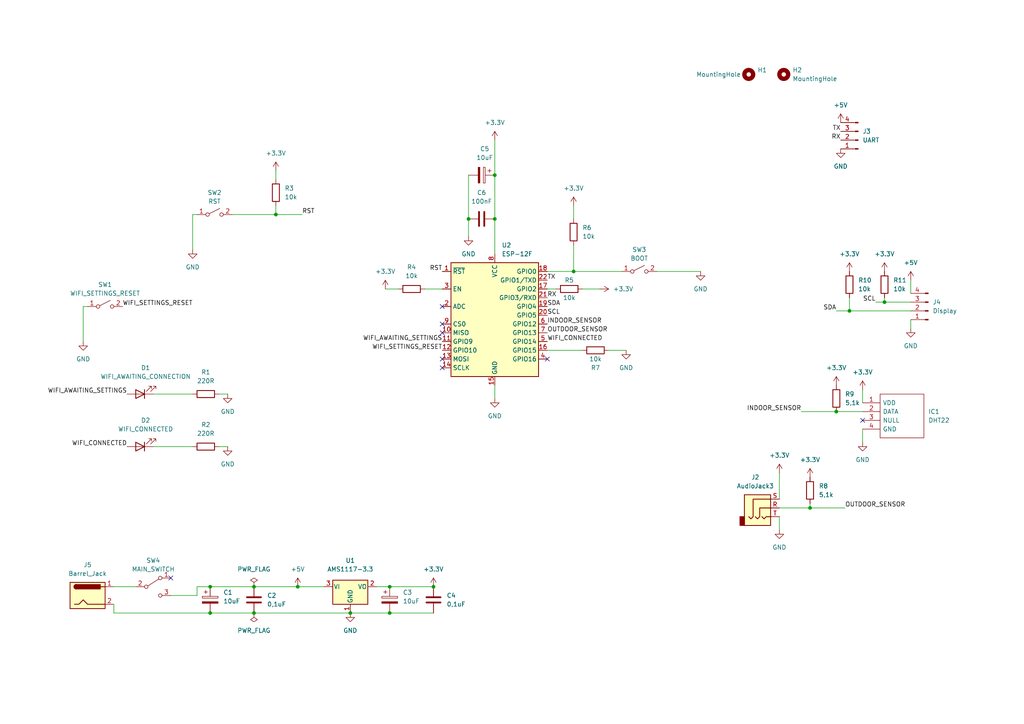
<source format=kicad_sch>
(kicad_sch (version 20211123) (generator eeschema)
  (paper "A4")
  (lib_symbols
    (symbol "Connector:AudioJack3"
      (property "Reference" "J" (at 0 8.89 0))
      (property "Value" "AudioJack3" (at 0 6.35 0))
      (symbol "AudioJack3_0_1"
        (rectangle (start -5.08 -5.08) (end -6.35 -2.54) (stroke (width 0.254)) (fill (type outline)))
        (polyline (pts (xy 0 -2.54) (xy 0.635 -3.175) (xy 1.27 -2.54) (xy 2.54 -2.54)) (stroke (width 0.254)))
        (polyline (pts (xy -1.905 -2.54) (xy -1.27 -3.175) (xy -0.635 -2.54) (xy -0.635 0) (xy 2.54 0)) (stroke (width 0.254)))
        (polyline (pts (xy 2.54 2.54) (xy -2.54 2.54) (xy -2.54 -2.54) (xy -3.175 -3.175) (xy -3.81 -2.54)) (stroke (width 0.254)))
        (rectangle (start 2.54 3.81) (end -5.08 -5.08) (stroke (width 0.254)) (fill (type background)))
      )
      (symbol "AudioJack3_1_1"
        (pin passive line (at 5.08 0 180) (length 2.54) (name "~") (number "R"))
        (pin passive line (at 5.08 2.54 180) (length 2.54) (name "~") (number "S"))
        (pin passive line (at 5.08 -2.54 180) (length 2.54) (name "~") (number "T"))
      )
    )
    (symbol "Connector:Barrel_Jack" (pin_names (offset 1.016))
      (property "Reference" "J" (at 0 5.334 0))
      (property "Value" "Barrel_Jack" (at 0 -5.08 0))
      (symbol "Barrel_Jack_0_1"
        (rectangle (start -5.08 3.81) (end 5.08 -3.81) (stroke (width 0.254)) (fill (type background)))
        (arc (start -3.302 3.175) (mid -3.937 2.54) (end -3.302 1.905) (stroke (width 0.254)))
        (arc (start -3.302 3.175) (mid -3.937 2.54) (end -3.302 1.905) (stroke (width 0.254)) (fill (type outline)))
        (polyline (pts (xy 5.08 2.54) (xy 3.81 2.54)) (stroke (width 0.254)))
        (polyline (pts (xy -3.81 -2.54) (xy -2.54 -2.54) (xy -1.27 -1.27) (xy 0 -2.54) (xy 2.54 -2.54) (xy 5.08 -2.54)) (stroke (width 0.254)))
        (rectangle (start 3.683 3.175) (end -3.302 1.905) (stroke (width 0.254)) (fill (type outline)))
      )
      (symbol "Barrel_Jack_1_1"
        (pin passive line (at 7.62 2.54 180) (length 2.54) (name "~") (number "1"))
        (pin passive line (at 7.62 -2.54 180) (length 2.54) (name "~") (number "2"))
      )
    )
    (symbol "Connector:Conn_01x04_Male" (pin_names (offset 1.016) hide)
      (property "Reference" "J" (at 0 5.08 0))
      (property "Value" "Conn_01x04_Male" (at 0 -7.62 0))
      (symbol "Conn_01x04_Male_1_1"
        (polyline (pts (xy 1.27 -5.08) (xy 0.8636 -5.08)) (stroke (width 0.1524)))
        (polyline (pts (xy 1.27 -2.54) (xy 0.8636 -2.54)) (stroke (width 0.1524)))
        (polyline (pts (xy 1.27 0) (xy 0.8636 0)) (stroke (width 0.1524)))
        (polyline (pts (xy 1.27 2.54) (xy 0.8636 2.54)) (stroke (width 0.1524)))
        (rectangle (start 0.8636 -4.953) (end 0 -5.207) (stroke (width 0.1524)) (fill (type outline)))
        (rectangle (start 0.8636 -2.413) (end 0 -2.667) (stroke (width 0.1524)) (fill (type outline)))
        (rectangle (start 0.8636 0.127) (end 0 -0.127) (stroke (width 0.1524)) (fill (type outline)))
        (rectangle (start 0.8636 2.667) (end 0 2.413) (stroke (width 0.1524)) (fill (type outline)))
        (pin passive line (at 5.08 2.54 180) (length 3.81) (name "Pin_1") (number "1"))
        (pin passive line (at 5.08 0 180) (length 3.81) (name "Pin_2") (number "2"))
        (pin passive line (at 5.08 -2.54 180) (length 3.81) (name "Pin_3") (number "3"))
        (pin passive line (at 5.08 -5.08 180) (length 3.81) (name "Pin_4") (number "4"))
      )
    )
    (symbol "DHT22:DHT22" (pin_names (offset 0.762))
      (property "Reference" "IC" (at 19.05 7.62 0))
      (property "Value" "DHT22" (at 19.05 5.08 0))
      (symbol "DHT22_0_0"
        (pin passive line (at 0 0 0) (length 5.08) (name "VDD") (number "1"))
        (pin passive line (at 0 -2.54 0) (length 5.08) (name "DATA") (number "2"))
        (pin passive line (at 0 -5.08 0) (length 5.08) (name "NULL") (number "3"))
        (pin passive line (at 0 -7.62 0) (length 5.08) (name "GND") (number "4"))
      )
      (symbol "DHT22_0_1"
        (polyline (pts (xy 5.08 2.54) (xy 17.78 2.54) (xy 17.78 -10.16) (xy 5.08 -10.16) (xy 5.08 2.54)) (stroke (width 0.1524)))
      )
    )
    (symbol "Device:C" (pin_numbers hide) (pin_names (offset 0.254))
      (property "Reference" "C" (at 0.635 2.54 0))
      (property "Value" "C" (at 0.635 -2.54 0))
      (symbol "C_0_1"
        (polyline (pts (xy -2.032 -0.762) (xy 2.032 -0.762)) (stroke (width 0.508)))
        (polyline (pts (xy -2.032 0.762) (xy 2.032 0.762)) (stroke (width 0.508)))
      )
      (symbol "C_1_1"
        (pin passive line (at 0 3.81 270) (length 2.794) (name "~") (number "1"))
        (pin passive line (at 0 -3.81 90) (length 2.794) (name "~") (number "2"))
      )
    )
    (symbol "Device:C_Polarized" (pin_numbers hide) (pin_names (offset 0.254))
      (property "Reference" "C" (at 0.635 2.54 0))
      (property "Value" "C_Polarized" (at 0.635 -2.54 0))
      (symbol "C_Polarized_0_1"
        (rectangle (start -2.286 0.508) (end 2.286 1.016))
        (polyline (pts (xy -1.778 2.286) (xy -0.762 2.286)))
        (polyline (pts (xy -1.27 2.794) (xy -1.27 1.778)))
        (rectangle (start 2.286 -0.508) (end -2.286 -1.016) (fill (type outline)))
      )
      (symbol "C_Polarized_1_1"
        (pin passive line (at 0 3.81 270) (length 2.794) (name "~") (number "1"))
        (pin passive line (at 0 -3.81 90) (length 2.794) (name "~") (number "2"))
      )
    )
    (symbol "Device:LED" (pin_numbers hide) (pin_names (offset 1.016) hide)
      (property "Reference" "D" (at 0 2.54 0))
      (property "Value" "LED" (at 0 -2.54 0))
      (symbol "LED_0_1"
        (polyline (pts (xy -1.27 -1.27) (xy -1.27 1.27)) (stroke (width 0.254)))
        (polyline (pts (xy -1.27 0) (xy 1.27 0)))
        (polyline (pts (xy 1.27 -1.27) (xy 1.27 1.27) (xy -1.27 0) (xy 1.27 -1.27)) (stroke (width 0.254)))
        (polyline (pts (xy -3.048 -0.762) (xy -4.572 -2.286) (xy -3.81 -2.286) (xy -4.572 -2.286) (xy -4.572 -1.524)))
        (polyline (pts (xy -1.778 -0.762) (xy -3.302 -2.286) (xy -2.54 -2.286) (xy -3.302 -2.286) (xy -3.302 -1.524)))
      )
      (symbol "LED_1_1"
        (pin passive line (at -3.81 0 0) (length 2.54) (name "K") (number "1"))
        (pin passive line (at 3.81 0 180) (length 2.54) (name "A") (number "2"))
      )
    )
    (symbol "Device:R" (pin_numbers hide) (pin_names (offset 0))
      (property "Reference" "R" (at 2.032 0 90))
      (property "Value" "R" (at 0 0 90))
      (symbol "R_0_1"
        (rectangle (start -1.016 -2.54) (end 1.016 2.54) (stroke (width 0.254)))
      )
      (symbol "R_1_1"
        (pin passive line (at 0 3.81 270) (length 1.27) (name "~") (number "1"))
        (pin passive line (at 0 -3.81 90) (length 1.27) (name "~") (number "2"))
      )
    )
    (symbol "Mechanical:MountingHole" (pin_names (offset 1.016))
      (property "Reference" "H" (at 0 5.08 0))
      (property "Value" "MountingHole" (at 0 3.175 0))
      (symbol "MountingHole_0_1"
        (circle (center 0 0) (radius 1.27) (stroke (width 1.27)))
      )
    )
    (symbol "RF_Module:ESP-12F"
      (property "Reference" "U" (at -12.7 19.05 0))
      (property "Value" "ESP-12F" (at 12.7 19.05 0))
      (symbol "ESP-12F_0_1"
        (rectangle (start -12.7 17.78) (end 12.7 -15.24) (stroke (width 0.254)) (fill (type background)))
      )
      (symbol "ESP-12F_1_1"
        (pin input line (at -15.24 15.24 0) (length 2.54) (name "~{RST}") (number "1"))
        (pin bidirectional line (at -15.24 -2.54 0) (length 2.54) (name "MISO") (number "10"))
        (pin bidirectional line (at -15.24 -5.08 0) (length 2.54) (name "GPIO9") (number "11"))
        (pin bidirectional line (at -15.24 -7.62 0) (length 2.54) (name "GPIO10") (number "12"))
        (pin bidirectional line (at -15.24 -10.16 0) (length 2.54) (name "MOSI") (number "13"))
        (pin bidirectional line (at -15.24 -12.7 0) (length 2.54) (name "SCLK") (number "14"))
        (pin power_in line (at 0 -17.78 90) (length 2.54) (name "GND") (number "15"))
        (pin bidirectional line (at 15.24 -7.62 180) (length 2.54) (name "GPIO15") (number "16"))
        (pin bidirectional line (at 15.24 10.16 180) (length 2.54) (name "GPIO2") (number "17"))
        (pin bidirectional line (at 15.24 15.24 180) (length 2.54) (name "GPIO0") (number "18"))
        (pin bidirectional line (at 15.24 5.08 180) (length 2.54) (name "GPIO4") (number "19"))
        (pin input line (at -15.24 5.08 0) (length 2.54) (name "ADC") (number "2"))
        (pin bidirectional line (at 15.24 2.54 180) (length 2.54) (name "GPIO5") (number "20"))
        (pin bidirectional line (at 15.24 7.62 180) (length 2.54) (name "GPIO3/RXD") (number "21"))
        (pin bidirectional line (at 15.24 12.7 180) (length 2.54) (name "GPIO1/TXD") (number "22"))
        (pin input line (at -15.24 10.16 0) (length 2.54) (name "EN") (number "3"))
        (pin bidirectional line (at 15.24 -10.16 180) (length 2.54) (name "GPIO16") (number "4"))
        (pin bidirectional line (at 15.24 -5.08 180) (length 2.54) (name "GPIO14") (number "5"))
        (pin bidirectional line (at 15.24 0 180) (length 2.54) (name "GPIO12") (number "6"))
        (pin bidirectional line (at 15.24 -2.54 180) (length 2.54) (name "GPIO13") (number "7"))
        (pin power_in line (at 0 20.32 270) (length 2.54) (name "VCC") (number "8"))
        (pin input line (at -15.24 0 0) (length 2.54) (name "CS0") (number "9"))
      )
    )
    (symbol "Regulator_Linear:AMS1117-3.3" (pin_names (offset 0.254))
      (property "Reference" "U" (at -3.81 3.175 0))
      (property "Value" "AMS1117-3.3" (at 0 3.175 0))
      (symbol "AMS1117-3.3_0_1"
        (rectangle (start -5.08 -5.08) (end 5.08 1.905) (stroke (width 0.254)) (fill (type background)))
      )
      (symbol "AMS1117-3.3_1_1"
        (pin power_in line (at 0 -7.62 90) (length 2.54) (name "GND") (number "1"))
        (pin power_out line (at 7.62 0 180) (length 2.54) (name "VO") (number "2"))
        (pin power_in line (at -7.62 0 0) (length 2.54) (name "VI") (number "3"))
      )
    )
    (symbol "Switch:SW_SPDT" (pin_names (offset 0) hide)
      (property "Reference" "SW" (at 0 4.318 0))
      (property "Value" "SW_SPDT" (at 0 -5.08 0))
      (symbol "SW_SPDT_0_0"
        (circle (center -2.032 0) (radius 0.508))
        (circle (center 2.032 -2.54) (radius 0.508))
      )
      (symbol "SW_SPDT_0_1"
        (polyline (pts (xy -1.524 0.254) (xy 1.651 2.286)))
        (circle (center 2.032 2.54) (radius 0.508))
      )
      (symbol "SW_SPDT_1_1"
        (pin passive line (at 5.08 2.54 180) (length 2.54) (name "A") (number "1"))
        (pin passive line (at -5.08 0 0) (length 2.54) (name "B") (number "2"))
        (pin passive line (at 5.08 -2.54 180) (length 2.54) (name "C") (number "3"))
      )
    )
    (symbol "Switch:SW_SPST" (pin_names (offset 0) hide)
      (property "Reference" "SW" (at 0 3.175 0))
      (property "Value" "SW_SPST" (at 0 -2.54 0))
      (symbol "SW_SPST_0_0"
        (circle (center -2.032 0) (radius 0.508))
        (polyline (pts (xy -1.524 0.254) (xy 1.524 1.778)))
        (circle (center 2.032 0) (radius 0.508))
      )
      (symbol "SW_SPST_1_1"
        (pin passive line (at -5.08 0 0) (length 2.54) (name "A") (number "1"))
        (pin passive line (at 5.08 0 180) (length 2.54) (name "B") (number "2"))
      )
    )
    (symbol "power:+3.3V" (power) (pin_names (offset 0))
      (property "Value" "+3.3V" (at 0 3.556 0))
      (symbol "+3.3V_0_1"
        (polyline (pts (xy -0.762 1.27) (xy 0 2.54)))
        (polyline (pts (xy 0 0) (xy 0 2.54)))
        (polyline (pts (xy 0 2.54) (xy 0.762 1.27)))
      )
      (symbol "+3.3V_1_1"
        (pin power_in line (at 0 0 90) (length 0) hide (name "+3.3V") (number "1"))
      )
    )
    (symbol "power:+5V" (power) (pin_names (offset 0))
      (property "Value" "+5V" (at 0 3.556 0))
      (symbol "+5V_0_1"
        (polyline (pts (xy -0.762 1.27) (xy 0 2.54)))
        (polyline (pts (xy 0 0) (xy 0 2.54)))
        (polyline (pts (xy 0 2.54) (xy 0.762 1.27)))
      )
      (symbol "+5V_1_1"
        (pin power_in line (at 0 0 90) (length 0) hide (name "+5V") (number "1"))
      )
    )
    (symbol "power:GND" (power) (pin_names (offset 0))
      (property "Value" "GND" (at 0 -3.81 0))
      (symbol "GND_0_1"
        (polyline (pts (xy 0 0) (xy 0 -1.27) (xy 1.27 -1.27) (xy 0 -2.54) (xy -1.27 -1.27) (xy 0 -1.27)))
      )
      (symbol "GND_1_1"
        (pin power_in line (at 0 0 270) (length 0) hide (name "GND") (number "1"))
      )
    )
    (symbol "power:PWR_FLAG" (power) (pin_numbers hide) (pin_names (offset 0) hide)
      (property "Value" "PWR_FLAG" (at 0 3.81 0))
      (symbol "PWR_FLAG_0_0"
        (pin power_out line (at 0 0 90) (length 0) (name "pwr") (number "1"))
      )
      (symbol "PWR_FLAG_0_1"
        (polyline (pts (xy 0 0) (xy 0 1.27) (xy -1.016 1.905) (xy 0 2.54) (xy 1.016 1.905) (xy 0 1.27)))
      )
    )
  )
  (junction (at 113.03 170.18))
  (junction (at 143.51 50.8))
  (junction (at 242.57 119.38))
  (junction (at 234.95 147.32))
  (junction (at 166.37 78.74))
  (junction (at 256.54 87.63))
  (junction (at 101.6 177.8))
  (junction (at 125.73 170.18))
  (junction (at 113.03 177.8))
  (junction (at 86.36 170.18))
  (junction (at 135.89 63.5))
  (junction (at 80.01 62.23))
  (junction (at 143.51 63.5))
  (junction (at 73.66 177.8))
  (junction (at 73.66 170.18))
  (junction (at 60.96 177.8))
  (junction (at 246.38 90.17))
  (junction (at 60.96 170.18))
  (no_connect (at 128.27 96.52))
  (no_connect (at 250.19 121.92))
  (no_connect (at 49.53 167.64))
  (no_connect (at 158.75 104.14))
  (no_connect (at 128.27 106.68))
  (no_connect (at 128.27 104.14))
  (no_connect (at 128.27 93.98))
  (no_connect (at 128.27 88.9))
  (wire (pts (xy 143.51 50.8) (xy 143.51 63.5)))
  (wire (pts (xy 250.19 124.46) (xy 250.19 128.27)))
  (wire (pts (xy 250.19 113.03) (xy 250.19 116.84)))
  (wire (pts (xy 123.19 83.82) (xy 128.27 83.82)))
  (wire (pts (xy 226.06 147.32) (xy 234.95 147.32)))
  (wire (pts (xy 234.95 147.32) (xy 245.11 147.32)))
  (wire (pts (xy 60.96 170.18) (xy 73.66 170.18)))
  (wire (pts (xy 80.01 62.23) (xy 87.63 62.23)))
  (wire (pts (xy 166.37 71.12) (xy 166.37 78.74)))
  (wire (pts (xy 63.5 129.54) (xy 66.04 129.54)))
  (wire (pts (xy 242.57 90.17) (xy 246.38 90.17)))
  (wire (pts (xy 49.53 172.72) (xy 57.15 172.72)))
  (wire (pts (xy 33.02 175.26) (xy 33.02 177.8)))
  (wire (pts (xy 101.6 177.8) (xy 113.03 177.8)))
  (wire (pts (xy 232.41 119.38) (xy 242.57 119.38)))
  (wire (pts (xy 25.4 88.9) (xy 24.13 88.9)))
  (wire (pts (xy 111.76 83.82) (xy 115.57 83.82)))
  (wire (pts (xy 234.95 146.05) (xy 234.95 147.32)))
  (wire (pts (xy 242.57 119.38) (xy 250.19 119.38)))
  (wire (pts (xy 24.13 88.9) (xy 24.13 99.06)))
  (wire (pts (xy 57.15 62.23) (xy 55.88 62.23)))
  (wire (pts (xy 63.5 114.3) (xy 66.04 114.3)))
  (wire (pts (xy 44.45 114.3) (xy 55.88 114.3)))
  (wire (pts (xy 176.53 101.6) (xy 181.61 101.6)))
  (wire (pts (xy 80.01 49.53) (xy 80.01 52.07)))
  (wire (pts (xy 246.38 90.17) (xy 264.16 90.17)))
  (wire (pts (xy 158.75 83.82) (xy 161.29 83.82)))
  (wire (pts (xy 226.06 137.16) (xy 226.06 144.78)))
  (wire (pts (xy 254 87.63) (xy 256.54 87.63)))
  (wire (pts (xy 135.89 50.8) (xy 135.89 63.5)))
  (wire (pts (xy 166.37 78.74) (xy 180.34 78.74)))
  (wire (pts (xy 190.5 78.74) (xy 203.2 78.74)))
  (wire (pts (xy 143.51 63.5) (xy 143.51 73.66)))
  (wire (pts (xy 168.91 83.82) (xy 173.99 83.82)))
  (wire (pts (xy 86.36 170.18) (xy 93.98 170.18)))
  (wire (pts (xy 67.31 62.23) (xy 80.01 62.23)))
  (wire (pts (xy 256.54 86.36) (xy 256.54 87.63)))
  (wire (pts (xy 80.01 59.69) (xy 80.01 62.23)))
  (wire (pts (xy 226.06 149.86) (xy 226.06 153.67)))
  (wire (pts (xy 246.38 86.36) (xy 246.38 90.17)))
  (wire (pts (xy 113.03 170.18) (xy 125.73 170.18)))
  (wire (pts (xy 57.15 172.72) (xy 57.15 170.18)))
  (wire (pts (xy 55.88 62.23) (xy 55.88 72.39)))
  (wire (pts (xy 33.02 170.18) (xy 39.37 170.18)))
  (wire (pts (xy 143.51 40.64) (xy 143.51 50.8)))
  (wire (pts (xy 113.03 177.8) (xy 125.73 177.8)))
  (wire (pts (xy 158.75 101.6) (xy 168.91 101.6)))
  (wire (pts (xy 33.02 177.8) (xy 60.96 177.8)))
  (wire (pts (xy 166.37 78.74) (xy 158.75 78.74)))
  (wire (pts (xy 60.96 177.8) (xy 73.66 177.8)))
  (wire (pts (xy 44.45 129.54) (xy 55.88 129.54)))
  (wire (pts (xy 73.66 170.18) (xy 86.36 170.18)))
  (wire (pts (xy 57.15 170.18) (xy 60.96 170.18)))
  (wire (pts (xy 166.37 59.69) (xy 166.37 63.5)))
  (wire (pts (xy 256.54 87.63) (xy 264.16 87.63)))
  (wire (pts (xy 109.22 170.18) (xy 113.03 170.18)))
  (wire (pts (xy 143.51 115.57) (xy 143.51 111.76)))
  (wire (pts (xy 135.89 63.5) (xy 135.89 68.58)))
  (wire (pts (xy 264.16 92.71) (xy 264.16 95.25)))
  (wire (pts (xy 264.16 81.28) (xy 264.16 85.09)))
  (wire (pts (xy 73.66 177.8) (xy 101.6 177.8)))
  (label "WIFI_AWAITING_SETTINGS" (at 128.27 99.06 180))
  (label "WIFI_SETTINGS_RESET" (at 35.56 88.9 0))
  (label "RST" (at 128.27 78.74 180))
  (label "SDA" (at 242.57 90.17 180))
  (label "WIFI_CONNECTED" (at 36.83 129.54 180))
  (label "INDOOR_SENSOR" (at 232.41 119.38 180))
  (label "WIFI_CONNECTED" (at 158.75 99.06 0))
  (label "RX" (at 243.84 40.64 180))
  (label "WIFI_SETTINGS_RESET" (at 128.27 101.6 180))
  (label "TX" (at 158.75 81.28 0))
  (label "RST" (at 87.63 62.23 0))
  (label "OUTDOOR_SENSOR" (at 245.11 147.32 0))
  (label "SCL" (at 158.75 91.44 0))
  (label "WIFI_AWAITING_SETTINGS" (at 36.83 114.3 180))
  (label "TX" (at 243.84 38.1 180))
  (label "INDOOR_SENSOR" (at 158.75 93.98 0))
  (label "SDA" (at 158.75 88.9 0))
  (label "SCL" (at 254 87.63 180))
  (label "OUTDOOR_SENSOR" (at 158.75 96.52 0))
  (label "RX" (at 158.75 86.36 0))
  (symbol (lib_id "power:GND") (at 143.51 115.57 0) (unit 1)
    (property "Reference" "#PWR012" (effects hide))
    (property "Value" "GND" (at 143.51 120.65 0))
  )
  (symbol (lib_id "power:+3.3V") (at 125.73 170.18 0) (unit 1)
    (property "Reference" "#PWR09" (effects hide))
    (property "Value" "+3.3V" (at 125.73 165.1 0))
  )
  (symbol (lib_id "Device:R") (at 59.69 129.54 90) (unit 1)
    (property "Reference" "R2" (at 59.69 123.19 90))
    (property "Value" "220R" (at 59.69 125.73 90))
    (property "Footprint" "Resistor_THT:R_Axial_DIN0207_L6.3mm_D2.5mm_P7.62mm_Horizontal" (effects hide))
  )
  (symbol (lib_id "power:+5V") (at 264.16 81.28 0) (unit 1)
    (property "Reference" "#PWR027" (effects hide))
    (property "Value" "+5V" (at 264.16 76.2 0))
  )
  (symbol (lib_id "power:+3.3V") (at 143.51 40.64 0) (unit 1)
    (property "Reference" "#PWR011" (effects hide))
    (property "Value" "+3.3V" (at 143.51 35.56 0))
  )
  (symbol (lib_id "power:GND") (at 264.16 95.25 0) (unit 1)
    (property "Reference" "#PWR028" (effects hide))
    (property "Value" "GND" (at 264.16 100.33 0))
  )
  (symbol (lib_id "power:GND") (at 250.19 128.27 0) (unit 1)
    (property "Reference" "#PWR025" (effects hide))
    (property "Value" "GND" (at 250.19 133.35 0))
  )
  (symbol (lib_id "Device:R") (at 119.38 83.82 90) (unit 1)
    (property "Reference" "R4" (at 119.38 77.47 90))
    (property "Value" "10k" (at 119.38 80.01 90))
    (property "Footprint" "Resistor_THT:R_Axial_DIN0207_L6.3mm_D2.5mm_P7.62mm_Horizontal" (effects hide))
  )
  (symbol (lib_id "Device:R") (at 234.95 142.24 0) (unit 1)
    (property "Reference" "R8" (at 237.49 140.9699 0) (effects (justify left)))
    (property "Value" "5,1k" (at 237.49 143.5099 0) (effects (justify left)))
    (property "Footprint" "Resistor_THT:R_Axial_DIN0207_L6.3mm_D2.5mm_P7.62mm_Horizontal" (effects hide))
  )
  (symbol (lib_id "Device:C") (at 139.7 63.5 90) (unit 1)
    (property "Reference" "C6" (at 139.7 55.88 90))
    (property "Value" "100nF" (at 139.7 58.42 90))
    (property "Footprint" "Capacitor_THT:C_Disc_D3.0mm_W1.6mm_P2.50mm" (effects hide))
  )
  (symbol (lib_id "Switch:SW_SPST") (at 30.48 88.9 0) (unit 1)
    (property "Reference" "SW1" (at 30.48 82.55 0))
    (property "Value" "WIFI_SETTINGS_RESET" (at 30.48 85.09 0))
    (property "Footprint" "Button_Switch_THT:SW_PUSH_6mm" (effects hide))
  )
  (symbol (lib_id "Device:R") (at 59.69 114.3 90) (unit 1)
    (property "Reference" "R1" (at 59.69 107.95 90))
    (property "Value" "220R" (at 59.69 110.49 90))
    (property "Footprint" "Resistor_THT:R_Axial_DIN0207_L6.3mm_D2.5mm_P7.62mm_Horizontal" (effects hide))
  )
  (symbol (lib_id "power:GND") (at 101.6 177.8 0) (unit 1)
    (property "Reference" "#PWR07" (effects hide))
    (property "Value" "GND" (at 101.6 182.88 0))
  )
  (symbol (lib_id "power:GND") (at 226.06 153.67 0) (unit 1)
    (property "Reference" "#PWR018" (effects hide))
    (property "Value" "GND" (at 226.06 158.75 0))
  )
  (symbol (lib_id "Device:C_Polarized") (at 60.96 173.99 0) (unit 1)
    (property "Reference" "C1" (at 64.77 171.8309 0) (effects (justify left)))
    (property "Value" "10uF" (at 64.77 174.3709 0) (effects (justify left)))
    (property "Footprint" "Capacitor_THT:CP_Radial_D5.0mm_P2.50mm" (effects hide))
  )
  (symbol (lib_id "power:+3.3V") (at 256.54 78.74 0) (unit 1)
    (property "Reference" "#PWR026" (effects hide))
    (property "Value" "+3.3V" (at 256.54 73.66 0))
  )
  (symbol (lib_id "Mechanical:MountingHole") (at 227.33 21.59 0) (unit 1)
    (property "Reference" "H2" (at 229.87 20.3199 0) (effects (justify left)))
    (property "Value" "MountingHole" (at 229.87 22.8599 0) (effects (justify left)))
    (property "Footprint" "MountingHole:MountingHole_3.2mm_M3" (effects hide))
  )
  (symbol (lib_id "power:GND") (at 66.04 114.3 0) (unit 1)
    (property "Reference" "#PWR03" (effects hide))
    (property "Value" "GND" (at 66.04 119.38 0))
  )
  (symbol (lib_id "Connector:AudioJack3") (at 220.98 147.32 0) (unit 1)
    (property "Reference" "J2" (at 219.075 138.43 0))
    (property "Value" "AudioJack3" (at 219.075 140.97 0))
    (property "Footprint" "Connector_Audio:Jack_3.5mm_CUI_SJ1-3525N_Horizontal" (effects hide))
  )
  (symbol (lib_id "power:+3.3V") (at 234.95 138.43 0) (unit 1)
    (property "Reference" "#PWR019" (effects hide))
    (property "Value" "+3.3V" (at 234.95 133.35 0))
  )
  (symbol (lib_id "power:GND") (at 243.84 43.18 0) (unit 1)
    (property "Reference" "#PWR022" (effects hide))
    (property "Value" "GND" (at 243.84 48.26 0))
  )
  (symbol (lib_id "Device:R") (at 165.1 83.82 90) (unit 1)
    (property "Reference" "R5" (at 165.1 81.28 90))
    (property "Value" "10k" (at 165.1 86.36 90))
    (property "Footprint" "Resistor_THT:R_Axial_DIN0207_L6.3mm_D2.5mm_P7.62mm_Horizontal" (effects hide))
  )
  (symbol (lib_id "power:GND") (at 55.88 72.39 0) (unit 1)
    (property "Reference" "#PWR02" (effects hide))
    (property "Value" "GND" (at 55.88 77.47 0))
  )
  (symbol (lib_id "Device:R") (at 246.38 82.55 0) (unit 1)
    (property "Reference" "R10" (at 248.92 81.2799 0) (effects (justify left)))
    (property "Value" "10k" (at 248.92 83.8199 0) (effects (justify left)))
    (property "Footprint" "Resistor_THT:R_Axial_DIN0207_L6.3mm_D2.5mm_P7.62mm_Horizontal" (effects hide))
  )
  (symbol (lib_id "Device:C") (at 125.73 173.99 0) (unit 1)
    (property "Reference" "C4" (at 129.54 172.7199 0) (effects (justify left)))
    (property "Value" "0,1uF" (at 129.54 175.2599 0) (effects (justify left)))
    (property "Footprint" "Capacitor_THT:C_Disc_D3.0mm_W1.6mm_P2.50mm" (effects hide))
  )
  (symbol (lib_id "Device:R") (at 256.54 82.55 0) (unit 1)
    (property "Reference" "R11" (at 259.08 81.2799 0) (effects (justify left)))
    (property "Value" "10k" (at 259.08 83.8199 0) (effects (justify left)))
    (property "Footprint" "Resistor_THT:R_Axial_DIN0207_L6.3mm_D2.5mm_P7.62mm_Horizontal" (effects hide))
  )
  (symbol (lib_id "power:+5V") (at 243.84 35.56 0) (unit 1)
    (property "Reference" "#PWR021" (effects hide))
    (property "Value" "+5V" (at 243.84 30.48 0))
  )
  (symbol (lib_id "Device:R") (at 80.01 55.88 180) (unit 1)
    (property "Reference" "R3" (at 82.55 54.6099 0) (effects (justify right)))
    (property "Value" "10k" (at 82.55 57.1499 0) (effects (justify right)))
    (property "Footprint" "Resistor_THT:R_Axial_DIN0207_L6.3mm_D2.5mm_P7.62mm_Horizontal" (effects hide))
  )
  (symbol (lib_id "power:+3.3V") (at 250.19 113.03 0) (unit 1)
    (property "Reference" "#PWR024" (effects hide))
    (property "Value" "+3.3V" (at 250.19 107.95 0))
  )
  (symbol (lib_id "Connector:Barrel_Jack") (at 25.4 172.72 0) (unit 1)
    (property "Reference" "J5" (at 25.4 163.83 0))
    (property "Value" "Barrel_Jack" (at 25.4 166.37 0))
    (property "Footprint" "Connector_BarrelJack:BarrelJack_Horizontal" (effects hide))
  )
  (symbol (lib_id "Switch:SW_SPST") (at 62.23 62.23 0) (unit 1)
    (property "Reference" "SW2" (at 62.23 55.88 0))
    (property "Value" "RST" (at 62.23 58.42 0))
    (property "Footprint" "Button_Switch_THT:SW_PUSH_6mm" (effects hide))
  )
  (symbol (lib_id "Mechanical:MountingHole") (at 217.17 21.59 0) (unit 1)
    (property "Reference" "H1" (at 219.71 20.3199 0) (effects (justify left)))
    (property "Value" "MountingHole" (at 201.93 21.59 0) (effects (justify left)))
    (property "Footprint" "MountingHole:MountingHole_3.2mm_M3" (effects hide))
  )
  (symbol (lib_id "Device:C_Polarized") (at 113.03 173.99 0) (unit 1)
    (property "Reference" "C3" (at 116.84 171.8309 0) (effects (justify left)))
    (property "Value" "10uF" (at 116.84 174.3709 0) (effects (justify left)))
    (property "Footprint" "Capacitor_THT:CP_Radial_D5.0mm_P2.50mm" (effects hide))
  )
  (symbol (lib_id "power:GND") (at 203.2 78.74 0) (unit 1)
    (property "Reference" "#PWR016" (effects hide))
    (property "Value" "GND" (at 203.2 83.82 0))
  )
  (symbol (lib_id "Device:R") (at 172.72 101.6 90) (unit 1)
    (property "Reference" "R7" (at 172.72 106.68 90))
    (property "Value" "10k" (at 172.72 104.14 90))
    (property "Footprint" "Resistor_THT:R_Axial_DIN0207_L6.3mm_D2.5mm_P7.62mm_Horizontal" (effects hide))
  )
  (symbol (lib_id "Switch:SW_SPST") (at 185.42 78.74 0) (unit 1)
    (property "Reference" "SW3" (at 185.42 72.39 0))
    (property "Value" "BOOT" (at 185.42 74.93 0))
    (property "Footprint" "Button_Switch_THT:SW_PUSH_6mm" (effects hide))
  )
  (symbol (lib_id "power:+3.3V") (at 166.37 59.69 0) (unit 1)
    (property "Reference" "#PWR013" (effects hide))
    (property "Value" "+3.3V" (at 166.37 54.61 0))
  )
  (symbol (lib_id "power:PWR_FLAG") (at 73.66 170.18 0) (unit 1)
    (property "Reference" "#FLG0101" (effects hide))
    (property "Value" "PWR_FLAG" (at 73.66 165.1 0))
  )
  (symbol (lib_id "power:+3.3V") (at 173.99 83.82 270) (unit 1)
    (property "Reference" "#PWR014" (effects hide))
    (property "Value" "+3.3V" (at 177.8 83.8199 90) (effects (justify left)))
  )
  (symbol (lib_id "RF_Module:ESP-12F") (at 143.51 93.98 0) (unit 1)
    (property "Reference" "U2" (at 145.5294 71.12 0) (effects (justify left)))
    (property "Value" "ESP-12F" (at 145.5294 73.66 0) (effects (justify left)))
    (property "Footprint" "RF_Module:ESP-12E" (effects hide))
    (property "Datasheet" "http://wiki.ai-thinker.com/_media/esp8266/esp8266_series_modules_user_manual_v1.1.pdf" (effects hide))
  )
  (symbol (lib_id "power:+3.3V") (at 80.01 49.53 0) (unit 1)
    (property "Reference" "#PWR05" (effects hide))
    (property "Value" "+3.3V" (at 80.01 44.45 0))
  )
  (symbol (lib_id "power:PWR_FLAG") (at 73.66 177.8 180) (unit 1)
    (property "Reference" "#FLG0103" (effects hide))
    (property "Value" "PWR_FLAG" (at 73.66 182.88 0))
  )
  (symbol (lib_id "Connector:Conn_01x04_Male") (at 269.24 90.17 180) (unit 1)
    (property "Reference" "J4" (at 270.51 87.6299 0) (effects (justify right)))
    (property "Value" "Display" (at 270.51 90.1699 0) (effects (justify right)))
    (property "Footprint" "Connector_PinHeader_2.54mm:PinHeader_1x04_P2.54mm_Vertical" (effects hide))
  )
  (symbol (lib_id "power:GND") (at 24.13 99.06 0) (unit 1)
    (property "Reference" "#PWR01" (effects hide))
    (property "Value" "GND" (at 24.13 104.14 0))
  )
  (symbol (lib_id "Switch:SW_SPDT") (at 44.45 170.18 0) (unit 1)
    (property "Reference" "SW4" (at 44.45 162.56 0))
    (property "Value" "MAIN_SWITCH" (at 44.45 165.1 0))
    (property "Footprint" "Button_Switch_THT:SW_CuK_OS102011MA1QN1_SPDT_Angled" (effects hide))
  )
  (symbol (lib_id "power:+3.3V") (at 226.06 137.16 0) (unit 1)
    (property "Reference" "#PWR017" (effects hide))
    (property "Value" "+3.3V" (at 226.06 132.08 0))
  )
  (symbol (lib_id "power:+5V") (at 86.36 170.18 0) (unit 1)
    (property "Reference" "#PWR06" (effects hide))
    (property "Value" "+5V" (at 86.36 165.1 0))
  )
  (symbol (lib_id "Device:C") (at 73.66 173.99 0) (unit 1)
    (property "Reference" "C2" (at 77.47 172.7199 0) (effects (justify left)))
    (property "Value" "0,1uF" (at 77.47 175.2599 0) (effects (justify left)))
    (property "Footprint" "Capacitor_THT:C_Disc_D3.0mm_W1.6mm_P2.50mm" (effects hide))
  )
  (symbol (lib_id "Device:C_Polarized") (at 139.7 50.8 270) (unit 1)
    (property "Reference" "C5" (at 140.589 43.18 90))
    (property "Value" "10uF" (at 140.589 45.72 90))
    (property "Footprint" "Capacitor_THT:CP_Radial_D5.0mm_P2.50mm" (effects hide))
  )
  (symbol (lib_id "power:+3.3V") (at 246.38 78.74 0) (unit 1)
    (property "Reference" "#PWR023" (effects hide))
    (property "Value" "+3.3V" (at 246.38 73.66 0))
  )
  (symbol (lib_id "DHT22:DHT22") (at 250.19 116.84 0) (unit 1)
    (property "Reference" "IC1" (at 269.24 119.3799 0) (effects (justify left)))
    (property "Value" "DHT22" (at 269.24 121.9199 0) (effects (justify left)))
    (property "Footprint" "dht22:DHT22" (effects hide))
    (property "Datasheet" "https://datasheet4u.com/datasheet-parts/DHT22-datasheet.php?id=792211" (effects hide))
    (property "Description" "Digital-output relative humidity & temperature sensor/module DHT22" (effects hide))
    (property "Height" "25.1" (effects hide))
    (property "Manufacturer_Name" "Aosong Electronics" (effects hide))
    (property "Manufacturer_Part_Number" "DHT22" (effects hide))
  )
  (symbol (lib_id "Device:R") (at 166.37 67.31 0) (unit 1)
    (property "Reference" "R6" (at 168.91 66.0399 0) (effects (justify left)))
    (property "Value" "10k" (at 168.91 68.5799 0) (effects (justify left)))
    (property "Footprint" "Resistor_THT:R_Axial_DIN0207_L6.3mm_D2.5mm_P7.62mm_Horizontal" (effects hide))
  )
  (symbol (lib_id "power:GND") (at 135.89 68.58 0) (unit 1)
    (property "Reference" "#PWR010" (effects hide))
    (property "Value" "GND" (at 135.89 73.66 0))
  )
  (symbol (lib_id "power:+3.3V") (at 242.57 111.76 0) (unit 1)
    (property "Reference" "#PWR020" (effects hide))
    (property "Value" "+3.3V" (at 242.57 106.68 0))
  )
  (symbol (lib_id "Device:LED") (at 40.64 114.3 180) (unit 1)
    (property "Reference" "D1" (at 42.2275 106.68 0))
    (property "Value" "WIFI_AWAITING_CONNECTION" (at 42.2275 109.22 0))
    (property "Footprint" "LED_THT:LED_D3.0mm" (effects hide))
  )
  (symbol (lib_id "power:+3.3V") (at 111.76 83.82 0) (unit 1)
    (property "Reference" "#PWR08" (effects hide))
    (property "Value" "+3.3V" (at 111.76 78.74 0))
  )
  (symbol (lib_id "Device:R") (at 242.57 115.57 0) (unit 1)
    (property "Reference" "R9" (at 245.11 114.2999 0) (effects (justify left)))
    (property "Value" "5,1k" (at 245.11 116.8399 0) (effects (justify left)))
    (property "Footprint" "Resistor_THT:R_Axial_DIN0207_L6.3mm_D2.5mm_P7.62mm_Horizontal" (effects hide))
  )
  (symbol (lib_id "Connector:Conn_01x04_Male") (at 248.92 40.64 180) (unit 1)
    (property "Reference" "J3" (at 250.19 38.0999 0) (effects (justify right)))
    (property "Value" "UART" (at 250.19 40.6399 0) (effects (justify right)))
    (property "Footprint" "Connector_PinHeader_2.54mm:PinHeader_1x04_P2.54mm_Vertical" (effects hide))
  )
  (symbol (lib_id "Regulator_Linear:AMS1117-3.3") (at 101.6 170.18 0) (unit 1)
    (property "Reference" "U1" (at 101.6 162.56 0))
    (property "Value" "AMS1117-3.3" (at 101.6 165.1 0))
    (property "Footprint" "Package_TO_SOT_SMD:SOT-223-3_TabPin2" (effects hide))
    (property "Datasheet" "http://www.advanced-monolithic.com/pdf/ds1117.pdf" (effects hide))
  )
  (symbol (lib_id "power:GND") (at 66.04 129.54 0) (unit 1)
    (property "Reference" "#PWR04" (effects hide))
    (property "Value" "GND" (at 66.04 134.62 0))
  )
  (symbol (lib_id "Device:LED") (at 40.64 129.54 180) (unit 1)
    (property "Reference" "D2" (at 42.2275 121.92 0))
    (property "Value" "WIFI_CONNECTED" (at 42.2275 124.46 0))
    (property "Footprint" "LED_THT:LED_D3.0mm" (effects hide))
  )
  (symbol (lib_id "power:GND") (at 181.61 101.6 0) (unit 1)
    (property "Reference" "#PWR015" (effects hide))
    (property "Value" "GND" (at 181.61 106.68 0))
  )
)
</source>
